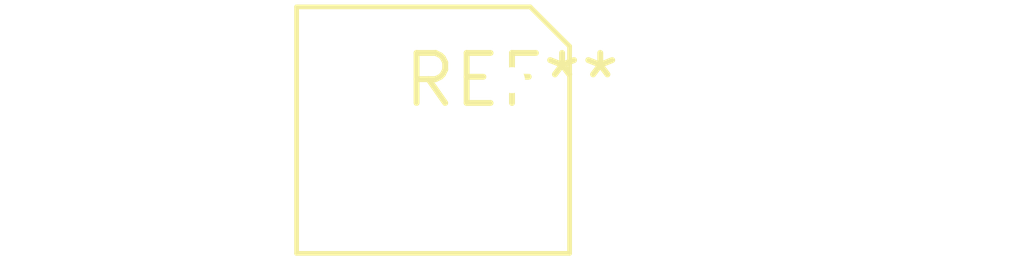
<source format=kicad_pcb>
(kicad_pcb (version 20240108) (generator pcbnew)
  (layers (0 "F.Cu" signal) (31 "B.Cu" signal) (34 "B.Paste" user) (35 "F.Paste" user) (36 "B.SilkS" user "B.Silkscreen") (37 "F.SilkS" user "F.Silkscreen") (38 "B.Mask" user) (39 "F.Mask" user) (44 "Edge.Cuts" user))
  (net 0 "")
  (footprint "Hamamatsu_S13360-30CS" (layer "F.Cu") (at 0 0)
    (property "Reference" "REF**")
    (property "Value" "Hamamatsu_S13360-30CS")
    (fp_line (start -5.46 -1.86) (end 0.46 -1.86) (layer "F.SilkS") (stroke (width 0.12)))
    (fp_line (start -5.46 4.4) (end -5.46 -1.86) (layer "F.SilkS") (stroke (width 0.12)))
    (fp_line (start 0.46 -1.86) (end 1.46 -0.86) (layer "F.SilkS") (stroke (width 0.12)))
    (fp_line (start 1.46 -0.86) (end 1.46 4.4) (layer "F.SilkS") (stroke (width 0.12)))
    (fp_line (start 1.46 4.4) (end -5.46 4.4) (layer "F.SilkS") (stroke (width 0.12)))
    (pad "1" thru_hole roundrect (at 0 0) (size 1.2 1.2) (drill 0.66) (layers *.Cu *.Mask) (remove_unused_layers) (roundrect_rratio 0.208))
    (pad "2" thru_hole circle (at 0 2.54) (size 1.2 1.2) (drill 0.66) (layers *.Cu *.Mask) (remove_unused_layers))
  )
)
</source>
